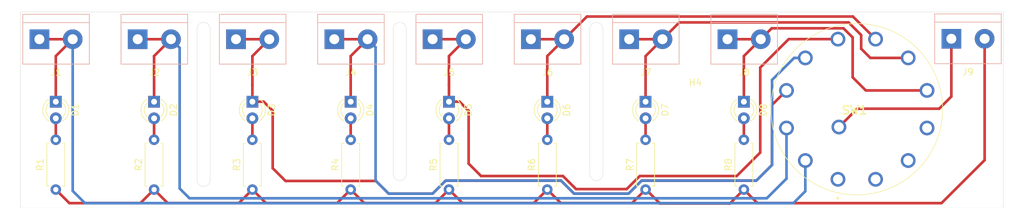
<source format=kicad_pcb>
(kicad_pcb (version 20241229) (generator "pcbnew") (generator_version "9.0")
  (title_block (title "Amp Switcher - 8-way Control Matrix") (date "2025-03-17") (rev "1.0") (comment 3 "SPDX-FileCopyrightText: 2025 Arnaud Ferraris <aferraris@debian.org>") (comment 4 "SPDX-License-Identifier: CERN-OHL-S-2.0+"))
  (layers (0 "F.Cu" signal) (2 "B.Cu" signal) (13 "F.Paste" user) (15 "B.Paste" user) (5 "F.SilkS" user "F.Silkscreen") (7 "B.SilkS" user "B.Silkscreen") (1 "F.Mask" user) (3 "B.Mask" user) (25 "Edge.Cuts" user))
  (net 0 "")
  (net 1 "Net-(D1-K)")
  (net 2 "Net-(D1-A)")
  (net 3 "Net-(D2-A)")
  (net 4 "Net-(D2-K)")
  (net 5 "Net-(D3-K)")
  (net 6 "Net-(D3-A)")
  (net 7 "Net-(D4-A)")
  (net 8 "Net-(D4-K)")
  (net 9 "Net-(D5-K)")
  (net 10 "Net-(D5-A)")
  (net 11 "Net-(D6-A)")
  (net 12 "Net-(D6-K)")
  (net 13 "Net-(D7-K)")
  (net 14 "Net-(D7-A)")
  (net 15 "GND")
  (net 16 "+12V")
  (net 21 "Net-(D8-K)")
  (net 22 "Net-(D8-A)")
  (footprint "LED_THT:LED_D3.0mm" (layer "F.Cu") (at 95.4 93.73 -90)
    (property "Reference" "D3" (at 1.27 -2.96 90) (layer "F.SilkS"))
    (property "Value" "LED")
    (fp_line (start -0.29 1.08) (end -0.29 1.236) (stroke (width 0.12)) (layer "F.SilkS"))
    (fp_line (start -0.29 -1.236) (end -0.29 -1.08) (stroke (width 0.12)) (layer "F.SilkS"))
    (fp_arc (start 2.941397 1.080061) (mid 1.365624 1.987701) (end -0.29 1.235516) (stroke (width 0.12)) (layer "F.SilkS"))
    (fp_arc (start 2.31091 1.080049) (mid 1.269964 1.5) (end 0.229039 1.08) (stroke (width 0.12)) (layer "F.SilkS"))
    (fp_arc (start 0.229039 -1.08) (mid 1.269964 -1.5) (end 2.31091 -1.080049) (stroke (width 0.12)) (layer "F.SilkS"))
    (fp_arc (start -0.29 -1.235516) (mid 1.365624 -1.987701) (end 2.941397 -1.080061) (stroke (width 0.12)) (layer "F.SilkS"))
    (pad "1" thru_hole rect (at 0 0 270) (size 1.8 1.8) (drill 0.9) (layers "*.Cu" "*.Mask") (net 5 "Net-(D3-K)"))
    (pad "2" thru_hole circle (at 2.54 0 270) (size 1.8 1.8) (drill 0.9) (layers "*.Cu" "*.Mask") (net 6 "Net-(D3-A)"))
  )
  (footprint "Personal_Footprints:CK1059" (layer "F.Cu") (at 184.75422 105.6)
    (property "Reference" "SW1" (at 2.52889 -10.56878 0) (layer "F.SilkS") (effects (font (size 1.27 1.27) (thickness 0.254))))
    (property "Value" "SW_Rotary_1x12" (hide yes))
    (fp_circle (center -0.032 2.875) (end -0.032 2.944) (stroke (width 0.15)) (fill no) (layer "F.SilkS"))
    (fp_circle (center 2.87289 -10.72178) (end 2.87289 2.37822) (stroke (width 0.1)) (fill no) (layer "F.SilkS"))
    (pad "1" thru_hole circle (at 0 0) (size 2.25 2.25) (drill 1.5) (layers "*.Cu" "*.Mask"))
    (pad "2" thru_hole circle (at -4.97599 -2.87289) (size 2.25 2.25) (drill 1.5) (layers "*.Cu" "*.Mask") (net 1 "Net-(D1-K)"))
    (pad "3" thru_hole circle (at -7.84889 -7.84889) (size 2.25 2.25) (drill 1.5) (layers "*.Cu" "*.Mask") (net 4 "Net-(D2-K)"))
    (pad "4" thru_hole circle (at -7.84889 -13.59467) (size 2.25 2.25) (drill 1.5) (layers "*.Cu" "*.Mask") (net 5 "Net-(D3-K)"))
    (pad "5" thru_hole circle (at -4.97599 -18.57066) (size 2.25 2.25) (drill 1.5) (layers "*.Cu" "*.Mask") (net 8 "Net-(D4-K)"))
    (pad "6" thru_hole circle (at 0 -21.44355) (size 2.25 2.25) (drill 1.5) (layers "*.Cu" "*.Mask") (net 9 "Net-(D5-K)"))
    (pad "7" thru_hole circle (at 5.74578 -21.44355) (size 2.25 2.25) (drill 1.5) (layers "*.Cu" "*.Mask") (net 12 "Net-(D6-K)"))
    (pad "8" thru_hole circle (at 10.72178 -18.57066) (size 2.25 2.25) (drill 1.5) (layers "*.Cu" "*.Mask") (net 13 "Net-(D7-K)"))
    (pad "9" thru_hole circle (at 13.59467 -13.594671) (size 2.25 2.25) (drill 1.5) (layers "*.Cu" "*.Mask") (net 21 "Net-(D8-K)"))
    (pad "10" thru_hole circle (at 13.59467 -7.84889) (size 2.25 2.25) (drill 1.5) (layers "*.Cu" "*.Mask"))
    (pad "11" thru_hole circle (at 10.72178 -2.87289) (size 2.25 2.25) (drill 1.5) (layers "*.Cu" "*.Mask"))
    (pad "12" thru_hole circle (at 5.74578 0) (size 2.25 2.25) (drill 1.5) (layers "*.Cu" "*.Mask"))
    (pad "13" thru_hole circle (at 0.15053 -7.99942) (size 2.25 2.25) (drill 1.5) (layers "*.Cu" "*.Mask") (net 15 "GND"))
  )
  (footprint "Resistor_THT:R_Axial_DIN0207_L6.3mm_D2.5mm_P7.62mm_Horizontal" (layer "F.Cu") (at 170.4 107.17 90)
    (property "Reference" "R8" (at 3.81 -2.37 90) (layer "F.SilkS"))
    (property "Value" "680R")
    (fp_line (start 7.08 -1.37) (end 7.08 -1.04) (stroke (width 0.12)) (layer "F.SilkS"))
    (fp_line (start 0.54 -1.37) (end 7.08 -1.37) (stroke (width 0.12)) (layer "F.SilkS"))
    (fp_line (start 0.54 -1.04) (end 0.54 -1.37) (stroke (width 0.12)) (layer "F.SilkS"))
    (fp_line (start 0.54 1.04) (end 0.54 1.37) (stroke (width 0.12)) (layer "F.SilkS"))
    (fp_line (start 7.08 1.37) (end 7.08 1.04) (stroke (width 0.12)) (layer "F.SilkS"))
    (fp_line (start 0.54 1.37) (end 7.08 1.37) (stroke (width 0.12)) (layer "F.SilkS"))
    (pad "1" thru_hole circle (at 0 0 90) (size 1.6 1.6) (drill 0.8) (layers "*.Cu" "*.Mask") (net 16 "+12V"))
    (pad "2" thru_hole oval (at 7.62 0 90) (size 1.6 1.6) (drill 0.8) (layers "*.Cu" "*.Mask") (net 22 "Net-(D8-A)"))
  )
  (footprint "Resistor_THT:R_Axial_DIN0207_L6.3mm_D2.5mm_P7.62mm_Horizontal" (layer "F.Cu") (at 155.4 107.17 90)
    (property "Reference" "R7" (at 3.81 -2.37 90) (layer "F.SilkS"))
    (property "Value" "680R")
    (fp_line (start 7.08 -1.37) (end 7.08 -1.04) (stroke (width 0.12)) (layer "F.SilkS"))
    (fp_line (start 0.54 -1.37) (end 7.08 -1.37) (stroke (width 0.12)) (layer "F.SilkS"))
    (fp_line (start 0.54 -1.04) (end 0.54 -1.37) (stroke (width 0.12)) (layer "F.SilkS"))
    (fp_line (start 0.54 1.04) (end 0.54 1.37) (stroke (width 0.12)) (layer "F.SilkS"))
    (fp_line (start 7.08 1.37) (end 7.08 1.04) (stroke (width 0.12)) (layer "F.SilkS"))
    (fp_line (start 0.54 1.37) (end 7.08 1.37) (stroke (width 0.12)) (layer "F.SilkS"))
    (pad "1" thru_hole circle (at 0 0 90) (size 1.6 1.6) (drill 0.8) (layers "*.Cu" "*.Mask") (net 16 "+12V"))
    (pad "2" thru_hole oval (at 7.62 0 90) (size 1.6 1.6) (drill 0.8) (layers "*.Cu" "*.Mask") (net 14 "Net-(D7-A)"))
  )
  (footprint "MountingHole:MountingHole_3.2mm_M3" (layer "F.Cu") (at 163 95)
    (property "Reference" "H4" (at 0 -4.2 0) (layer "F.SilkS"))
    (property "Value" "MountingHole")
    (pad "" np_thru_hole circle (at 0 0) (size 3.2 3.2) (drill 3.2) (layers "*.Cu" "*.Mask"))
  )
  (footprint "Resistor_THT:R_Axial_DIN0207_L6.3mm_D2.5mm_P7.62mm_Horizontal" (layer "F.Cu") (at 80.4 107.17 90)
    (property "Reference" "R2" (at 3.81 -2.37 90) (layer "F.SilkS"))
    (property "Value" "680R")
    (fp_line (start 7.08 -1.37) (end 7.08 -1.04) (stroke (width 0.12)) (layer "F.SilkS"))
    (fp_line (start 0.54 -1.37) (end 7.08 -1.37) (stroke (width 0.12)) (layer "F.SilkS"))
    (fp_line (start 0.54 -1.04) (end 0.54 -1.37) (stroke (width 0.12)) (layer "F.SilkS"))
    (fp_line (start 0.54 1.04) (end 0.54 1.37) (stroke (width 0.12)) (layer "F.SilkS"))
    (fp_line (start 7.08 1.37) (end 7.08 1.04) (stroke (width 0.12)) (layer "F.SilkS"))
    (fp_line (start 0.54 1.37) (end 7.08 1.37) (stroke (width 0.12)) (layer "F.SilkS"))
    (pad "1" thru_hole circle (at 0 0 90) (size 1.6 1.6) (drill 0.8) (layers "*.Cu" "*.Mask") (net 16 "+12V"))
    (pad "2" thru_hole oval (at 7.62 0 90) (size 1.6 1.6) (drill 0.8) (layers "*.Cu" "*.Mask") (net 3 "Net-(D2-A)"))
  )
  (footprint "LED_THT:LED_D3.0mm" (layer "F.Cu") (at 80.4 93.73 -90)
    (property "Reference" "D2" (at 1.27 -2.96 90) (layer "F.SilkS"))
    (property "Value" "LED")
    (fp_line (start -0.29 1.08) (end -0.29 1.236) (stroke (width 0.12)) (layer "F.SilkS"))
    (fp_line (start -0.29 -1.236) (end -0.29 -1.08) (stroke (width 0.12)) (layer "F.SilkS"))
    (fp_arc (start 2.941397 1.080061) (mid 1.365624 1.987701) (end -0.29 1.235516) (stroke (width 0.12)) (layer "F.SilkS"))
    (fp_arc (start 2.31091 1.080049) (mid 1.269964 1.5) (end 0.229039 1.08) (stroke (width 0.12)) (layer "F.SilkS"))
    (fp_arc (start 0.229039 -1.08) (mid 1.269964 -1.5) (end 2.31091 -1.080049) (stroke (width 0.12)) (layer "F.SilkS"))
    (fp_arc (start -0.29 -1.235516) (mid 1.365624 -1.987701) (end 2.941397 -1.080061) (stroke (width 0.12)) (layer "F.SilkS"))
    (pad "1" thru_hole rect (at 0 0 270) (size 1.8 1.8) (drill 0.9) (layers "*.Cu" "*.Mask") (net 4 "Net-(D2-K)"))
    (pad "2" thru_hole circle (at 2.54 0 270) (size 1.8 1.8) (drill 0.9) (layers "*.Cu" "*.Mask") (net 3 "Net-(D2-A)"))
  )
  (footprint "LED_THT:LED_D3.0mm" (layer "F.Cu") (at 140.4 93.73 -90)
    (property "Reference" "D6" (at 1.27 -2.96 90) (layer "F.SilkS"))
    (property "Value" "LED")
    (fp_line (start -0.29 1.08) (end -0.29 1.236) (stroke (width 0.12)) (layer "F.SilkS"))
    (fp_line (start -0.29 -1.236) (end -0.29 -1.08) (stroke (width 0.12)) (layer "F.SilkS"))
    (fp_arc (start 2.941397 1.080061) (mid 1.365624 1.987701) (end -0.29 1.235516) (stroke (width 0.12)) (layer "F.SilkS"))
    (fp_arc (start 2.31091 1.080049) (mid 1.269964 1.5) (end 0.229039 1.08) (stroke (width 0.12)) (layer "F.SilkS"))
    (fp_arc (start 0.229039 -1.08) (mid 1.269964 -1.5) (end 2.31091 -1.080049) (stroke (width 0.12)) (layer "F.SilkS"))
    (fp_arc (start -0.29 -1.235516) (mid 1.365624 -1.987701) (end 2.941397 -1.080061) (stroke (width 0.12)) (layer "F.SilkS"))
    (pad "1" thru_hole rect (at 0 0 270) (size 1.8 1.8) (drill 0.9) (layers "*.Cu" "*.Mask") (net 12 "Net-(D6-K)"))
    (pad "2" thru_hole circle (at 2.54 0 270) (size 1.8 1.8) (drill 0.9) (layers "*.Cu" "*.Mask") (net 11 "Net-(D6-A)"))
  )
  (footprint "Resistor_THT:R_Axial_DIN0207_L6.3mm_D2.5mm_P7.62mm_Horizontal" (layer "F.Cu") (at 140.4 107.17 90)
    (property "Reference" "R6" (at 3.81 -2.37 90) (layer "F.SilkS"))
    (property "Value" "680R")
    (fp_line (start 7.08 -1.37) (end 7.08 -1.04) (stroke (width 0.12)) (layer "F.SilkS"))
    (fp_line (start 0.54 -1.37) (end 7.08 -1.37) (stroke (width 0.12)) (layer "F.SilkS"))
    (fp_line (start 0.54 -1.04) (end 0.54 -1.37) (stroke (width 0.12)) (layer "F.SilkS"))
    (fp_line (start 0.54 1.04) (end 0.54 1.37) (stroke (width 0.12)) (layer "F.SilkS"))
    (fp_line (start 7.08 1.37) (end 7.08 1.04) (stroke (width 0.12)) (layer "F.SilkS"))
    (fp_line (start 0.54 1.37) (end 7.08 1.37) (stroke (width 0.12)) (layer "F.SilkS"))
    (pad "1" thru_hole circle (at 0 0 90) (size 1.6 1.6) (drill 0.8) (layers "*.Cu" "*.Mask") (net 16 "+12V"))
    (pad "2" thru_hole oval (at 7.62 0 90) (size 1.6 1.6) (drill 0.8) (layers "*.Cu" "*.Mask") (net 11 "Net-(D6-A)"))
  )
  (footprint "LED_THT:LED_D3.0mm" (layer "F.Cu") (at 125.4 93.73 -90)
    (property "Reference" "D5" (at 1.27 -2.96 90) (layer "F.SilkS"))
    (property "Value" "LED")
    (fp_line (start -0.29 1.08) (end -0.29 1.236) (stroke (width 0.12)) (layer "F.SilkS"))
    (fp_line (start -0.29 -1.236) (end -0.29 -1.08) (stroke (width 0.12)) (layer "F.SilkS"))
    (fp_arc (start 2.941397 1.080061) (mid 1.365624 1.987701) (end -0.29 1.235516) (stroke (width 0.12)) (layer "F.SilkS"))
    (fp_arc (start 2.31091 1.080049) (mid 1.269964 1.5) (end 0.229039 1.08) (stroke (width 0.12)) (layer "F.SilkS"))
    (fp_arc (start 0.229039 -1.08) (mid 1.269964 -1.5) (end 2.31091 -1.080049) (stroke (width 0.12)) (layer "F.SilkS"))
    (fp_arc (start -0.29 -1.235516) (mid 1.365624 -1.987701) (end 2.941397 -1.080061) (stroke (width 0.12)) (layer "F.SilkS"))
    (pad "1" thru_hole rect (at 0 0 270) (size 1.8 1.8) (drill 0.9) (layers "*.Cu" "*.Mask") (net 9 "Net-(D5-K)"))
    (pad "2" thru_hole circle (at 2.54 0 270) (size 1.8 1.8) (drill 0.9) (layers "*.Cu" "*.Mask") (net 10 "Net-(D5-A)"))
  )
  (footprint "MountingHole:MountingHole_3.2mm_M3" (layer "F.Cu") (at 103 95)
    (property "Reference" "H2" (hide yes))
    (property "Value" "MountingHole")
    (pad "" np_thru_hole circle (at 0 0) (size 3.2 3.2) (drill 3.2) (layers "*.Cu" "*.Mask"))
  )
  (footprint "LED_THT:LED_D3.0mm" (layer "F.Cu") (at 155.4 93.73 -90)
    (property "Reference" "D7" (at 1.27 -2.96 90) (layer "F.SilkS"))
    (property "Value" "LED")
    (fp_line (start -0.29 1.08) (end -0.29 1.236) (stroke (width 0.12)) (layer "F.SilkS"))
    (fp_line (start -0.29 -1.236) (end -0.29 -1.08) (stroke (width 0.12)) (layer "F.SilkS"))
    (fp_arc (start 2.941397 1.080061) (mid 1.365624 1.987701) (end -0.29 1.235516) (stroke (width 0.12)) (layer "F.SilkS"))
    (fp_arc (start 2.31091 1.080049) (mid 1.269964 1.5) (end 0.229039 1.08) (stroke (width 0.12)) (layer "F.SilkS"))
    (fp_arc (start 0.229039 -1.08) (mid 1.269964 -1.5) (end 2.31091 -1.080049) (stroke (width 0.12)) (layer "F.SilkS"))
    (fp_arc (start -0.29 -1.235516) (mid 1.365624 -1.987701) (end 2.941397 -1.080061) (stroke (width 0.12)) (layer "F.SilkS"))
    (pad "1" thru_hole rect (at 0 0 270) (size 1.8 1.8) (drill 0.9) (layers "*.Cu" "*.Mask") (net 13 "Net-(D7-K)"))
    (pad "2" thru_hole circle (at 2.54 0 270) (size 1.8 1.8) (drill 0.9) (layers "*.Cu" "*.Mask") (net 14 "Net-(D7-A)"))
  )
  (footprint "LED_THT:LED_D3.0mm" (layer "F.Cu") (at 110.4 93.73 -90)
    (property "Reference" "D4" (at 1.27 -2.96 90) (layer "F.SilkS"))
    (property "Value" "LED")
    (fp_line (start -0.29 1.08) (end -0.29 1.236) (stroke (width 0.12)) (layer "F.SilkS"))
    (fp_line (start -0.29 -1.236) (end -0.29 -1.08) (stroke (width 0.12)) (layer "F.SilkS"))
    (fp_arc (start 2.941397 1.080061) (mid 1.365624 1.987701) (end -0.29 1.235516) (stroke (width 0.12)) (layer "F.SilkS"))
    (fp_arc (start 2.31091 1.080049) (mid 1.269964 1.5) (end 0.229039 1.08) (stroke (width 0.12)) (layer "F.SilkS"))
    (fp_arc (start 0.229039 -1.08) (mid 1.269964 -1.5) (end 2.31091 -1.080049) (stroke (width 0.12)) (layer "F.SilkS"))
    (fp_arc (start -0.29 -1.235516) (mid 1.365624 -1.987701) (end 2.941397 -1.080061) (stroke (width 0.12)) (layer "F.SilkS"))
    (pad "1" thru_hole rect (at 0 0 270) (size 1.8 1.8) (drill 0.9) (layers "*.Cu" "*.Mask") (net 8 "Net-(D4-K)"))
    (pad "2" thru_hole circle (at 2.54 0 270) (size 1.8 1.8) (drill 0.9) (layers "*.Cu" "*.Mask") (net 7 "Net-(D4-A)"))
  )
  (footprint "Resistor_THT:R_Axial_DIN0207_L6.3mm_D2.5mm_P7.62mm_Horizontal" (layer "F.Cu") (at 125.4 107.17 90)
    (property "Reference" "R5" (at 3.81 -2.37 90) (layer "F.SilkS"))
    (property "Value" "680R")
    (fp_line (start 7.08 -1.37) (end 7.08 -1.04) (stroke (width 0.12)) (layer "F.SilkS"))
    (fp_line (start 0.54 -1.37) (end 7.08 -1.37) (stroke (width 0.12)) (layer "F.SilkS"))
    (fp_line (start 0.54 -1.04) (end 0.54 -1.37) (stroke (width 0.12)) (layer "F.SilkS"))
    (fp_line (start 0.54 1.04) (end 0.54 1.37) (stroke (width 0.12)) (layer "F.SilkS"))
    (fp_line (start 7.08 1.37) (end 7.08 1.04) (stroke (width 0.12)) (layer "F.SilkS"))
    (fp_line (start 0.54 1.37) (end 7.08 1.37) (stroke (width 0.12)) (layer "F.SilkS"))
    (pad "1" thru_hole circle (at 0 0 90) (size 1.6 1.6) (drill 0.8) (layers "*.Cu" "*.Mask") (net 16 "+12V"))
    (pad "2" thru_hole oval (at 7.62 0 90) (size 1.6 1.6) (drill 0.8) (layers "*.Cu" "*.Mask") (net 10 "Net-(D5-A)"))
  )
  (footprint "Resistor_THT:R_Axial_DIN0207_L6.3mm_D2.5mm_P7.62mm_Horizontal" (layer "F.Cu") (at 110.4 107.17 90)
    (property "Reference" "R4" (at 3.81 -2.37 90) (layer "F.SilkS"))
    (property "Value" "680R")
    (fp_line (start 7.08 -1.37) (end 7.08 -1.04) (stroke (width 0.12)) (layer "F.SilkS"))
    (fp_line (start 0.54 -1.37) (end 7.08 -1.37) (stroke (width 0.12)) (layer "F.SilkS"))
    (fp_line (start 0.54 -1.04) (end 0.54 -1.37) (stroke (width 0.12)) (layer "F.SilkS"))
    (fp_line (start 0.54 1.04) (end 0.54 1.37) (stroke (width 0.12)) (layer "F.SilkS"))
    (fp_line (start 7.08 1.37) (end 7.08 1.04) (stroke (width 0.12)) (layer "F.SilkS"))
    (fp_line (start 0.54 1.37) (end 7.08 1.37) (stroke (width 0.12)) (layer "F.SilkS"))
    (pad "1" thru_hole circle (at 0 0 90) (size 1.6 1.6) (drill 0.8) (layers "*.Cu" "*.Mask") (net 16 "+12V"))
    (pad "2" thru_hole oval (at 7.62 0 90) (size 1.6 1.6) (drill 0.8) (layers "*.Cu" "*.Mask") (net 7 "Net-(D4-A)"))
  )
  (footprint "MountingHole:MountingHole_3.2mm_M3" (layer "F.Cu") (at 73 95)
    (property "Reference" "H1" (hide yes))
    (property "Value" "MountingHole")
    (pad "" np_thru_hole circle (at 0 0) (size 3.2 3.2) (drill 3.2) (layers "*.Cu" "*.Mask"))
  )
  (footprint "MountingHole:MountingHole_3.2mm_M3" (layer "F.Cu") (at 133 95)
    (property "Reference" "H3" (hide yes))
    (property "Value" "MountingHole")
    (pad "" np_thru_hole circle (at 0 0) (size 3.2 3.2) (drill 3.2) (layers "*.Cu" "*.Mask"))
  )
  (footprint "LED_THT:LED_D3.0mm" (layer "F.Cu") (at 170.4 93.73 -90)
    (property "Reference" "D8" (at 1.27 -2.96 90) (layer "F.SilkS"))
    (property "Value" "LED")
    (fp_line (start -0.29 1.08) (end -0.29 1.236) (stroke (width 0.12)) (layer "F.SilkS"))
    (fp_line (start -0.29 -1.236) (end -0.29 -1.08) (stroke (width 0.12)) (layer "F.SilkS"))
    (fp_arc (start 2.941397 1.080061) (mid 1.365624 1.987701) (end -0.29 1.235516) (stroke (width 0.12)) (layer "F.SilkS"))
    (fp_arc (start 2.31091 1.080049) (mid 1.269964 1.5) (end 0.229039 1.08) (stroke (width 0.12)) (layer "F.SilkS"))
    (fp_arc (start 0.229039 -1.08) (mid 1.269964 -1.5) (end 2.31091 -1.080049) (stroke (width 0.12)) (layer "F.SilkS"))
    (fp_arc (start -0.29 -1.235516) (mid 1.365624 -1.987701) (end 2.941397 -1.080061) (stroke (width 0.12)) (layer "F.SilkS"))
    (pad "1" thru_hole rect (at 0 0 270) (size 1.8 1.8) (drill 0.9) (layers "*.Cu" "*.Mask") (net 21 "Net-(D8-K)"))
    (pad "2" thru_hole circle (at 2.54 0 270) (size 1.8 1.8) (drill 0.9) (layers "*.Cu" "*.Mask") (net 22 "Net-(D8-A)"))
  )
  (footprint "Resistor_THT:R_Axial_DIN0207_L6.3mm_D2.5mm_P7.62mm_Horizontal" (layer "F.Cu") (at 65.4 107.17 90)
    (property "Reference" "R1" (at 3.81 -2.37 90) (layer "F.SilkS"))
    (property "Value" "680R")
    (fp_line (start 7.08 -1.37) (end 7.08 -1.04) (stroke (width 0.12)) (layer "F.SilkS"))
    (fp_line (start 0.54 -1.37) (end 7.08 -1.37) (stroke (width 0.12)) (layer "F.SilkS"))
    (fp_line (start 0.54 -1.04) (end 0.54 -1.37) (stroke (width 0.12)) (layer "F.SilkS"))
    (fp_line (start 0.54 1.04) (end 0.54 1.37) (stroke (width 0.12)) (layer "F.SilkS"))
    (fp_line (start 7.08 1.37) (end 7.08 1.04) (stroke (width 0.12)) (layer "F.SilkS"))
    (fp_line (start 0.54 1.37) (end 7.08 1.37) (stroke (width 0.12)) (layer "F.SilkS"))
    (pad "1" thru_hole circle (at 0 0 90) (size 1.6 1.6) (drill 0.8) (layers "*.Cu" "*.Mask") (net 16 "+12V"))
    (pad "2" thru_hole oval (at 7.62 0 90) (size 1.6 1.6) (drill 0.8) (layers "*.Cu" "*.Mask") (net 2 "Net-(D1-A)"))
  )
  (footprint "LED_THT:LED_D3.0mm" (layer "F.Cu") (at 65.4 93.73 -90)
    (property "Reference" "D1" (at 1.27 -2.96 90) (layer "F.SilkS"))
    (property "Value" "LED")
    (fp_line (start -0.29 1.08) (end -0.29 1.236) (stroke (width 0.12)) (layer "F.SilkS"))
    (fp_line (start -0.29 -1.236) (end -0.29 -1.08) (stroke (width 0.12)) (layer "F.SilkS"))
    (fp_arc (start 2.941397 1.080061) (mid 1.365624 1.987701) (end -0.29 1.235516) (stroke (width 0.12)) (layer "F.SilkS"))
    (fp_arc (start 2.31091 1.080049) (mid 1.269964 1.5) (end 0.229039 1.08) (stroke (width 0.12)) (layer "F.SilkS"))
    (fp_arc (start 0.229039 -1.08) (mid 1.269964 -1.5) (end 2.31091 -1.080049) (stroke (width 0.12)) (layer "F.SilkS"))
    (fp_arc (start -0.29 -1.235516) (mid 1.365624 -1.987701) (end 2.941397 -1.080061) (stroke (width 0.12)) (layer "F.SilkS"))
    (pad "1" thru_hole rect (at 0 0 270) (size 1.8 1.8) (drill 0.9) (layers "*.Cu" "*.Mask") (net 1 "Net-(D1-K)"))
    (pad "2" thru_hole circle (at 2.54 0 270) (size 1.8 1.8) (drill 0.9) (layers "*.Cu" "*.Mask") (net 2 "Net-(D1-A)"))
  )
  (footprint "Resistor_THT:R_Axial_DIN0207_L6.3mm_D2.5mm_P7.62mm_Horizontal" (layer "F.Cu") (at 95.4 107.17 90)
    (property "Reference" "R3" (at 3.81 -2.37 90) (layer "F.SilkS"))
    (property "Value" "680R")
    (fp_line (start 7.08 -1.37) (end 7.08 -1.04) (stroke (width 0.12)) (layer "F.SilkS"))
    (fp_line (start 0.54 -1.37) (end 7.08 -1.37) (stroke (width 0.12)) (layer "F.SilkS"))
    (fp_line (start 0.54 -1.04) (end 0.54 -1.37) (stroke (width 0.12)) (layer "F.SilkS"))
    (fp_line (start 0.54 1.04) (end 0.54 1.37) (stroke (width 0.12)) (layer "F.SilkS"))
    (fp_line (start 7.08 1.37) (end 7.08 1.04) (stroke (width 0.12)) (layer "F.SilkS"))
    (fp_line (start 0.54 1.37) (end 7.08 1.37) (stroke (width 0.12)) (layer "F.SilkS"))
    (pad "1" thru_hole circle (at 0 0 90) (size 1.6 1.6) (drill 0.8) (layers "*.Cu" "*.Mask") (net 16 "+12V"))
    (pad "2" thru_hole oval (at 7.62 0 90) (size 1.6 1.6) (drill 0.8) (layers "*.Cu" "*.Mask") (net 6 "Net-(D3-A)"))
  )
  (footprint "TerminalBlock:TerminalBlock_bornier-2_P5.08mm" (layer "B.Cu") (at 62.9 84.17)
    (property "Reference" "J1" (at 2.54 5.08 0) (layer "F.SilkS"))
    (property "Value" "Screw_Terminal_01x02")
    (fp_line (start -2.54 -3.81) (end 7.62 -3.81) (stroke (width 0.12)) (layer "B.SilkS"))
    (fp_line (start -2.54 3.81) (end -2.54 -3.81) (stroke (width 0.12)) (layer "B.SilkS"))
    (fp_line (start 7.62 -3.81) (end 7.62 3.81) (stroke (width 0.12)) (layer "B.SilkS"))
    (fp_line (start 7.62 -2.54) (end -2.54 -2.54) (stroke (width 0.12)) (layer "B.SilkS"))
    (fp_line (start 7.62 3.81) (end -2.54 3.81) (stroke (width 0.12)) (layer "B.SilkS"))
    (pad "1" thru_hole rect (at 0 0) (size 3 3) (drill 1.52) (layers "*.Cu" "*.Mask") (net 1 "Net-(D1-K)"))
    (pad "2" thru_hole circle (at 5.08 0) (size 3 3) (drill 1.52) (layers "*.Cu" "*.Mask") (net 1 "Net-(D1-K)"))
  )
  (footprint "TerminalBlock:TerminalBlock_bornier-2_P5.08mm" (layer "B.Cu") (at 152.9 84.17)
    (property "Reference" "J7" (at 2.54 5.08 0) (layer "F.SilkS"))
    (property "Value" "Screw_Terminal_01x02")
    (fp_line (start -2.54 -3.81) (end 7.62 -3.81) (stroke (width 0.12)) (layer "B.SilkS"))
    (fp_line (start -2.54 3.81) (end -2.54 -3.81) (stroke (width 0.12)) (layer "B.SilkS"))
    (fp_line (start 7.62 -3.81) (end 7.62 3.81) (stroke (width 0.12)) (layer "B.SilkS"))
    (fp_line (start 7.62 -2.54) (end -2.54 -2.54) (stroke (width 0.12)) (layer "B.SilkS"))
    (fp_line (start 7.62 3.81) (end -2.54 3.81) (stroke (width 0.12)) (layer "B.SilkS"))
    (pad "1" thru_hole rect (at 0 0) (size 3 3) (drill 1.52) (layers "*.Cu" "*.Mask") (net 13 "Net-(D7-K)"))
    (pad "2" thru_hole circle (at 5.08 0) (size 3 3) (drill 1.52) (layers "*.Cu" "*.Mask") (net 13 "Net-(D7-K)"))
  )
  (footprint "TerminalBlock:TerminalBlock_bornier-2_P5.08mm" (layer "B.Cu") (at 77.9 84.17)
    (property "Reference" "J2" (at 2.54 5.08 0) (layer "F.SilkS"))
    (property "Value" "Screw_Terminal_01x02")
    (fp_line (start -2.54 -3.81) (end 7.62 -3.81) (stroke (width 0.12)) (layer "B.SilkS"))
    (fp_line (start -2.54 3.81) (end -2.54 -3.81) (stroke (width 0.12)) (layer "B.SilkS"))
    (fp_line (start 7.62 -3.81) (end 7.62 3.81) (stroke (width 0.12)) (layer "B.SilkS"))
    (fp_line (start 7.62 -2.54) (end -2.54 -2.54) (stroke (width 0.12)) (layer "B.SilkS"))
    (fp_line (start 7.62 3.81) (end -2.54 3.81) (stroke (width 0.12)) (layer "B.SilkS"))
    (pad "1" thru_hole rect (at 0 0) (size 3 3) (drill 1.52) (layers "*.Cu" "*.Mask") (net 4 "Net-(D2-K)"))
    (pad "2" thru_hole circle (at 5.08 0) (size 3 3) (drill 1.52) (layers "*.Cu" "*.Mask") (net 4 "Net-(D2-K)"))
  )
  (footprint "TerminalBlock:TerminalBlock_bornier-2_P5.08mm" (layer "B.Cu") (at 137.9 84.17)
    (property "Reference" "J6" (at 2.54 5.08 0) (layer "F.SilkS"))
    (property "Value" "Screw_Terminal_01x02")
    (fp_line (start -2.54 -3.81) (end 7.62 -3.81) (stroke (width 0.12)) (layer "B.SilkS"))
    (fp_line (start -2.54 3.81) (end -2.54 -3.81) (stroke (width 0.12)) (layer "B.SilkS"))
    (fp_line (start 7.62 -3.81) (end 7.62 3.81) (stroke (width 0.12)) (layer "B.SilkS"))
    (fp_line (start 7.62 -2.54) (end -2.54 -2.54) (stroke (width 0.12)) (layer "B.SilkS"))
    (fp_line (start 7.62 3.81) (end -2.54 3.81) (stroke (width 0.12)) (layer "B.SilkS"))
    (pad "1" thru_hole rect (at 0 0) (size 3 3) (drill 1.52) (layers "*.Cu" "*.Mask") (net 12 "Net-(D6-K)"))
    (pad "2" thru_hole circle (at 5.08 0) (size 3 3) (drill 1.52) (layers "*.Cu" "*.Mask") (net 12 "Net-(D6-K)"))
  )
  (footprint "TerminalBlock:TerminalBlock_bornier-2_P5.08mm" (layer "B.Cu") (at 167.9 84.17)
    (property "Reference" "J8" (at 2.54 5.08 0) (layer "F.SilkS"))
    (property "Value" "Screw_Terminal_01x02")
    (fp_line (start -2.54 -3.81) (end 7.62 -3.81) (stroke (width 0.12)) (layer "B.SilkS"))
    (fp_line (start -2.54 3.81) (end -2.54 -3.81) (stroke (width 0.12)) (layer "B.SilkS"))
    (fp_line (start 7.62 -3.81) (end 7.62 3.81) (stroke (width 0.12)) (layer "B.SilkS"))
    (fp_line (start 7.62 -2.54) (end -2.54 -2.54) (stroke (width 0.12)) (layer "B.SilkS"))
    (fp_line (start 7.62 3.81) (end -2.54 3.81) (stroke (width 0.12)) (layer "B.SilkS"))
    (pad "1" thru_hole rect (at 0 0) (size 3 3) (drill 1.52) (layers "*.Cu" "*.Mask") (net 21 "Net-(D8-K)"))
    (pad "2" thru_hole circle (at 5.08 0) (size 3 3) (drill 1.52) (layers "*.Cu" "*.Mask") (net 21 "Net-(D8-K)"))
  )
  (footprint "TerminalBlock:TerminalBlock_bornier-2_P5.08mm" (layer "B.Cu") (at 92.9 84.17)
    (property "Reference" "J3" (at 2.54 5.08 0) (layer "F.SilkS"))
    (property "Value" "Screw_Terminal_01x02")
    (fp_line (start -2.54 -3.81) (end 7.62 -3.81) (stroke (width 0.12)) (layer "B.SilkS"))
    (fp_line (start -2.54 3.81) (end -2.54 -3.81) (stroke (width 0.12)) (layer "B.SilkS"))
    (fp_line (start 7.62 -3.81) (end 7.62 3.81) (stroke (width 0.12)) (layer "B.SilkS"))
    (fp_line (start 7.62 -2.54) (end -2.54 -2.54) (stroke (width 0.12)) (layer "B.SilkS"))
    (fp_line (start 7.62 3.81) (end -2.54 3.81) (stroke (width 0.12)) (layer "B.SilkS"))
    (pad "1" thru_hole rect (at 0 0) (size 3 3) (drill 1.52) (layers "*.Cu" "*.Mask") (net 5 "Net-(D3-K)"))
    (pad "2" thru_hole circle (at 5.08 0) (size 3 3) (drill 1.52) (layers "*.Cu" "*.Mask") (net 5 "Net-(D3-K)"))
  )
  (footprint "TerminalBlock:TerminalBlock_bornier-2_P5.08mm" (layer "B.Cu") (at 107.9 84.17)
    (property "Reference" "J4" (at 2.54 5.08 0) (layer "F.SilkS"))
    (property "Value" "Screw_Terminal_01x02")
    (fp_line (start -2.54 -3.81) (end 7.62 -3.81) (stroke (width 0.12)) (layer "B.SilkS"))
    (fp_line (start -2.54 3.81) (end -2.54 -3.81) (stroke (width 0.12)) (layer "B.SilkS"))
    (fp_line (start 7.62 -3.81) (end 7.62 3.81) (stroke (width 0.12)) (layer "B.SilkS"))
    (fp_line (start 7.62 -2.54) (end -2.54 -2.54) (stroke (width 0.12)) (layer "B.SilkS"))
    (fp_line (start 7.62 3.81) (end -2.54 3.81) (stroke (width 0.12)) (layer "B.SilkS"))
    (pad "1" thru_hole rect (at 0 0) (size 3 3) (drill 1.52) (layers "*.Cu" "*.Mask") (net 8 "Net-(D4-K)"))
    (pad "2" thru_hole circle (at 5.08 0) (size 3 3) (drill 1.52) (layers "*.Cu" "*.Mask") (net 8 "Net-(D4-K)"))
  )
  (footprint "TerminalBlock:TerminalBlock_bornier-2_P5.08mm" (layer "B.Cu") (at 202.06 84.1)
    (property "Reference" "J9" (at 2.54 5.08 0) (layer "F.SilkS"))
    (property "Value" "Screw_Terminal_01x02")
    (fp_line (start -2.54 -3.81) (end 7.62 -3.81) (stroke (width 0.12)) (layer "B.SilkS"))
    (fp_line (start -2.54 3.81) (end -2.54 -3.81) (stroke (width 0.12)) (layer "B.SilkS"))
    (fp_line (start 7.62 -3.81) (end 7.62 3.81) (stroke (width 0.12)) (layer "B.SilkS"))
    (fp_line (start 7.62 -2.54) (end -2.54 -2.54) (stroke (width 0.12)) (layer "B.SilkS"))
    (fp_line (start 7.62 3.81) (end -2.54 3.81) (stroke (width 0.12)) (layer "B.SilkS"))
    (pad "1" thru_hole rect (at 0 0) (size 3 3) (drill 1.52) (layers "*.Cu" "*.Mask") (net 15 "GND"))
    (pad "2" thru_hole circle (at 5.08 0) (size 3 3) (drill 1.52) (layers "*.Cu" "*.Mask") (net 16 "+12V"))
  )
  (footprint "TerminalBlock:TerminalBlock_bornier-2_P5.08mm" (layer "B.Cu") (at 122.9 84.17)
    (property "Reference" "J5" (at 2.54 5.08 0) (layer "F.SilkS"))
    (property "Value" "Screw_Terminal_01x02")
    (fp_line (start -2.54 -3.81) (end 7.62 -3.81) (stroke (width 0.12)) (layer "B.SilkS"))
    (fp_line (start -2.54 3.81) (end -2.54 -3.81) (stroke (width 0.12)) (layer "B.SilkS"))
    (fp_line (start 7.62 -3.81) (end 7.62 3.81) (stroke (width 0.12)) (layer "B.SilkS"))
    (fp_line (start 7.62 -2.54) (end -2.54 -2.54) (stroke (width 0.12)) (layer "B.SilkS"))
    (fp_line (start 7.62 3.81) (end -2.54 3.81) (stroke (width 0.12)) (layer "B.SilkS"))
    (pad "1" thru_hole rect (at 0 0) (size 3 3) (drill 1.52) (layers "*.Cu" "*.Mask") (net 9 "Net-(D5-K)"))
    (pad "2" thru_hole circle (at 5.08 0) (size 3 3) (drill 1.52) (layers "*.Cu" "*.Mask") (net 9 "Net-(D5-K)"))
  )
  (gr_arc (start 86.95 82.6) (mid 87.95 81.6) (end 88.95 82.6) (stroke (width 0.05)) (layer "Edge.Cuts"))
  (gr_arc (start 146.9 82.6) (mid 147.9 81.6) (end 148.9 82.6) (stroke (width 0.05)) (layer "Edge.Cuts"))
  (gr_line (start 116.9 104.8) (end 116.9 82.6) (stroke (width 0.05)) (layer "Edge.Cuts"))
  (gr_line (start 148.9 82.6) (end 148.9 104.8) (stroke (width 0.05)) (layer "Edge.Cuts"))
  (gr_arc (start 148.9 104.8) (mid 147.9 105.8) (end 146.9 104.8) (stroke (width 0.05)) (layer "Edge.Cuts"))
  (gr_line (start 88.95 82.6) (end 88.95 105.7) (stroke (width 0.05)) (layer "Edge.Cuts"))
  (gr_arc (start 116.9 82.6) (mid 117.9 81.6) (end 118.9 82.6) (stroke (width 0.05)) (layer "Edge.Cuts"))
  (gr_arc (start 88.95 105.7) (mid 87.95 106.7) (end 86.95 105.7) (stroke (width 0.05)) (layer "Edge.Cuts"))
  (gr_line (start 118.9 82.6) (end 118.9 104.8) (stroke (width 0.05)) (layer "Edge.Cuts"))
  (gr_line (start 146.9 104.8) (end 146.9 82.6) (stroke (width 0.05)) (layer "Edge.Cuts"))
  (gr_line (start 86.95 105.7) (end 86.95 82.6) (stroke (width 0.05)) (layer "Edge.Cuts"))
  (gr_rect (start 60 80) (end 210 110) (stroke (width 0.05)) (fill no) (layer "Edge.Cuts"))
  (gr_arc (start 118.9 104.8) (mid 117.9 105.8) (end 116.9 104.8) (stroke (width 0.05)) (layer "Edge.Cuts"))
  (segment (start 67.98 84.17) (end 65.4 86.75) (width 0.4) (layer "F.Cu") (net 1))
  (segment (start 62.9 84.17) (end 67.98 84.17) (width 0.4) (layer "F.Cu") (net 1))
  (segment (start 65.4 86.75) (end 65.4 93.73) (width 0.4) (layer "F.Cu") (net 1))
  (segment (start 177.951 109.249) (end 179.77823 107.42177) (width 0.4) (layer "B.Cu") (net 1))
  (segment (start 67.98 107.38) (end 69.849 109.249) (width 0.4) (layer "B.Cu") (net 1))
  (segment (start 67.98 84.17) (end 67.98 107.38) (width 0.4) (layer "B.Cu") (net 1))
  (segment (start 69.849 109.249) (end 177.951 109.249) (width 0.4) (layer "B.Cu") (net 1))
  (segment (start 179.77823 107.42177) (end 179.77823 102.72711) (width 0.4) (layer "B.Cu") (net 1))
  (segment (start 65.4 96.27) (end 65.4 99.55) (width 0.4) (layer "F.Cu") (net 2))
  (segment (start 80.4 96.27) (end 80.4 99.55) (width 0.4) (layer "F.Cu") (net 3))
  (segment (start 80.4 86.75) (end 80.4 93.73) (width 0.4) (layer "F.Cu") (net 4))
  (segment (start 82.98 84.17) (end 80.4 86.75) (width 0.4) (layer "F.Cu") (net 4))
  (segment (start 77.9 84.17) (end 82.98 84.17) (width 0.4) (layer "F.Cu") (net 4))
  (segment (start 176.90533 105.49467) (end 176.90533 97.75111) (width 0.4) (layer "B.Cu") (net 4))
  (segment (start 173.9 108.5) (end 176.90533 105.49467) (width 0.4) (layer "B.Cu") (net 4))
  (segment (start 82.98 84.17) (end 84.3 85.49) (width 0.4) (layer "B.Cu") (net 4))
  (segment (start 85.8 108.5) (end 173.9 108.5) (width 0.4) (layer "B.Cu") (net 4))
  (segment (start 84.3 85.49) (end 84.3 107) (width 0.4) (layer "B.Cu") (net 4))
  (segment (start 84.3 107) (end 85.8 108.5) (width 0.4) (layer "B.Cu") (net 4))
  (segment (start 98.5 95.1) (end 98.5 103.9) (width 0.4) (layer "F.Cu") (net 5))
  (segment (start 100.45 105.85) (end 114.25 105.85) (width 0.4) (layer "F.Cu") (net 5))
  (segment (start 95.4 91.17) (end 95.4 86.75) (width 0.4) (layer "F.Cu") (net 5))
  (segment (start 154.8 105.8) (end 172.3 105.8) (width 0.4) (layer "F.Cu") (net 5))
  (segment (start 92.9 84.17) (end 97.98 84.17) (width 0.4) (layer "F.Cu") (net 5))
  (segment (start 95.4 91.17) (end 95.4 93.73) (width 0.4) (layer "F.Cu") (net 5))
  (segment (start 95.4 93.73) (end 97.13 93.73) (width 0.4) (layer "F.Cu") (net 5))
  (segment (start 116.2 107.8) (end 122.9 107.8) (width 0.4) (layer "F.Cu") (net 5))
  (segment (start 97.13 93.73) (end 98.5 95.1) (width 0.4) (layer "F.Cu") (net 5))
  (segment (start 152.8 107.8) (end 154.8 105.8) (width 0.4) (layer "F.Cu") (net 5))
  (segment (start 172.3 105.8) (end 174.7 103.4) (width 0.4) (layer "F.Cu") (net 5))
  (segment (start 98.5 103.9) (end 100.45 105.85) (width 0.4) (layer "F.Cu") (net 5))
  (segment (start 174.7 94.21066) (end 176.90533 92.00533) (width 0.4) (layer "F.Cu") (net 5))
  (segment (start 122.9 107.8) (end 124.9 105.8) (width 0.4) (layer "F.Cu") (net 5))
  (segment (start 124.9 105.8) (end 142.5 105.8) (width 0.4) (layer "F.Cu") (net 5))
  (segment (start 142.5 105.8) (end 144.5 107.8) (width 0.4) (layer "F.Cu") (net 5))
  (segment (start 174.7 103.4) (end 174.7 94.21066) (width 0.4) (layer "F.Cu") (net 5))
  (segment (start 114.25 105.85) (end 116.2 107.8) (width 0.4) (layer "F.Cu") (net 5))
  (segment (start 95.4 86.75) (end 97.98 84.17) (width 0.4) (layer "F.Cu") (net 5))
  (segment (start 144.5 107.8) (end 152.8 107.8) (width 0.4) (layer "F.Cu") (net 5))
  (segment (start 95.4 96.27) (end 95.4 99.55) (width 0.4) (layer "F.Cu") (net 6))
  (segment (start 110.4 96.27) (end 110.4 99.55) (width 0.4) (layer "F.Cu") (net 7))
  (segment (start 107.9 84.17) (end 112.98 84.17) (width 0.4) (layer "F.Cu") (net 8))
  (segment (start 112.98 84.17) (end 110.4 86.75) (width 0.4) (layer "F.Cu") (net 8))
  (segment (start 110.4 86.75) (end 110.4 93.73) (width 0.4) (layer "F.Cu") (net 8))
  (segment (start 179.396899 87.2) (end 179.67289 86.924009) (width 0.4) (layer "B.Cu") (net 8))
  (segment (start 116.199 107.799) (end 122.901 107.799) (width 0.4) (layer "B.Cu") (net 8))
  (segment (start 112.98 84.17) (end 114.2 85.39) (width 0.4) (layer "B.Cu") (net 8))
  (segment (start 152.801 107.799) (end 154.8 105.8) (width 0.4) (layer "B.Cu") (net 8))
  (segment (start 124.9 105.8) (end 142.5 105.8) (width 0.4) (layer "B.Cu") (net 8))
  (segment (start 154.8 105.8) (end 172.3 105.8) (width 0.4) (layer "B.Cu") (net 8))
  (segment (start 114.2 105.8) (end 116.199 107.799) (width 0.4) (layer "B.Cu") (net 8))
  (segment (start 172.3 105.8) (end 174.7 103.4) (width 0.4) (layer "B.Cu") (net 8))
  (segment (start 174.7 103.4) (end 174.7 90.4) (width 0.4) (layer "B.Cu") (net 8))
  (segment (start 114.2 85.39) (end 114.2 105.8) (width 0.4) (layer "B.Cu") (net 8))
  (segment (start 142.5 105.8) (end 144.499 107.799) (width 0.4) (layer "B.Cu") (net 8))
  (segment (start 122.901 107.799) (end 124.9 105.8) (width 0.4) (layer "B.Cu") (net 8))
  (segment (start 174.7 90.4) (end 178.07066 87.02934) (width 0.4) (layer "B.Cu") (net 8))
  (segment (start 178.07066 87.02934) (end 179.77823 87.02934) (width 0.4) (layer "B.Cu") (net 8))
  (segment (start 144.499 107.799) (end 152.801 107.799) (width 0.4) (layer "B.Cu") (net 8))
  (segment (start 125.4 91.17) (end 125.4 86.75) (width 0.4) (layer "F.Cu") (net 9))
  (segment (start 177.24355 84.15645) (end 184.75422 84.15645) (width 0.4) (layer "F.Cu") (net 9))
  (segment (start 127.019516 93.73) (end 128.4 95.110484) (width 0.4) (layer "F.Cu") (net 9))
  (segment (start 169.301 105.099) (end 172.9 101.5) (width 0.4) (layer "F.Cu") (net 9))
  (segment (start 128.4 103.2) (end 130.299 105.099) (width 0.4) (layer "F.Cu") (net 9))
  (segment (start 172.9 88.5) (end 177.24355 84.15645) (width 0.4) (layer "F.Cu") (net 9))
  (segment (start 125.4 93.73) (end 127.019516 93.73) (width 0.4) (layer "F.Cu") (net 9))
  (segment (start 154.509636 105.099) (end 169.301 105.099) (width 0.4) (layer "F.Cu") (net 9))
  (segment (start 130.299 105.099) (end 142.790364 105.099) (width 0.4) (layer "F.Cu") (net 9))
  (segment (start 144.790364 107.099) (end 152.509636 107.099) (width 0.4) (layer "F.Cu") (net 9))
  (segment (start 142.790364 105.099) (end 144.790364 107.099) (width 0.4) (layer "F.Cu") (net 9))
  (segment (start 172.9 101.5) (end 172.9 88.5) (width 0.4) (layer "F.Cu") (net 9))
  (segment (start 125.4 86.75) (end 127.98 84.17) (width 0.4) (layer "F.Cu") (net 9))
  (segment (start 128.4 95.110484) (end 128.4 103.2) (width 0.4) (layer "F.Cu") (net 9))
  (segment (start 122.9 84.17) (end 127.98 84.17) (width 0.4) (layer "F.Cu") (net 9))
  (segment (start 125.4 91.17) (end 125.4 93.73) (width 0.4) (layer "F.Cu") (net 9))
  (segment (start 152.509636 107.099) (end 154.509636 105.099) (width 0.4) (layer "F.Cu") (net 9))
  (segment (start 125.4 96.27) (end 125.4 99.55) (width 0.4) (layer "F.Cu") (net 10))
  (segment (start 140.4 96.27) (end 140.4 99.55) (width 0.4) (layer "F.Cu") (net 11))
  (segment (start 142.98 84.17) (end 146.45 80.7) (width 0.4) (layer "F.Cu") (net 12))
  (segment (start 140.4 86.75) (end 140.4 93.73) (width 0.4) (layer "F.Cu") (net 12))
  (segment (start 142.98 84.17) (end 140.4 86.75) (width 0.4) (layer "F.Cu") (net 12))
  (segment (start 137.9 84.17) (end 142.98 84.17) (width 0.4) (layer "F.Cu") (net 12))
  (segment (start 146.45 80.7) (end 187.04355 80.7) (width 0.4) (layer "F.Cu") (net 12))
  (segment (start 187.04355 80.7) (end 190.5 84.15645) (width 0.4) (layer "F.Cu") (net 12))
  (segment (start 186.37066 81.6) (end 188.3 83.52934) (width 0.4) (layer "F.Cu") (net 13))
  (segment (start 155.4 93.73) (end 155.4 86.75) (width 0.4) (layer "F.Cu") (net 13))
  (segment (start 189.7 87.02934) (end 195.476 87.02934) (width 0.4) (layer "F.Cu") (net 13))
  (segment (start 155.4 86.75) (end 157.98 84.17) (width 0.4) (layer "F.Cu") (net 13))
  (segment (start 188.3 83.52934) (end 188.3 85.62934) (width 0.4) (layer "F.Cu") (net 13))
  (segment (start 188.3 85.62934) (end 189.7 87.02934) (width 0.4) (layer "F.Cu") (net 13))
  (segment (start 160.55 81.6) (end 186.37066 81.6) (width 0.4) (layer "F.Cu") (net 13))
  (segment (start 157.98 84.17) (end 160.55 81.6) (width 0.4) (layer "F.Cu") (net 13))
  (segment (start 152.9 84.17) (end 157.98 84.17) (width 0.4) (layer "F.Cu") (net 13))
  (segment (start 155.4 99.55) (end 155.4 96.27) (width 0.4) (layer "F.Cu") (net 14))
  (segment (start 202.06 92.94) (end 200.2 94.8) (width 0.4) (layer "F.Cu") (net 15))
  (segment (start 202.06 84.1) (end 202.06 92.94) (width 0.4) (layer "F.Cu") (net 15))
  (segment (start 200.2 94.8) (end 187.70533 94.8) (width 0.4) (layer "F.Cu") (net 15))
  (segment (start 187.70533 94.8) (end 184.90475 97.60058) (width 0.4) (layer "F.Cu") (net 15))
  (segment (start 207.14 84.1) (end 207.14 102.66) (width 0.4) (layer "F.Cu") (net 16))
  (segment (start 140.4 107.17) (end 142.479 109.249) (width 0.4) (layer "F.Cu") (net 16))
  (segment (start 127.479 109.249) (end 138.321 109.249) (width 0.4) (layer "F.Cu") (net 16))
  (segment (start 172.479 109.249) (end 200.551 109.249) (width 0.4) (layer "F.Cu") (net 16))
  (segment (start 93.321 109.249) (end 95.4 107.17) (width 0.4) (layer "F.Cu") (net 16))
  (segment (start 138.321 109.249) (end 140.4 107.17) (width 0.4) (layer "F.Cu") (net 16))
  (segment (start 67.479 109.249) (end 77.75 109.249) (width 0.4) (layer "F.Cu") (net 16))
  (segment (start 142.479 109.249) (end 153.321 109.249) (width 0.4) (layer "F.Cu") (net 16))
  (segment (start 153.321 109.249) (end 155.4 107.17) (width 0.4) (layer "F.Cu") (net 16))
  (segment (start 170.4 107.17) (end 172.479 109.249) (width 0.4) (layer "F.Cu") (net 16))
  (segment (start 95.4 107.17) (end 97.479 109.249) (width 0.4) (layer "F.Cu") (net 16))
  (segment (start 108.321 109.249) (end 110.4 107.17) (width 0.4) (layer "F.Cu") (net 16))
  (segment (start 168.271 109.299) (end 170.4 107.17) (width 0.4) (layer "F.Cu") (net 16))
  (segment (start 112.479 109.249) (end 123.321 109.249) (width 0.4) (layer "F.Cu") (net 16))
  (segment (start 78.301 109.249) (end 80.38 107.17) (width 0.4) (layer "F.Cu") (net 16))
  (segment (start 155.4 107.17) (end 155.47 107.17) (width 0.4) (layer "F.Cu") (net 16))
  (segment (start 157.599 109.299) (end 168.271 109.299) (width 0.4) (layer "F.Cu") (net 16))
  (segment (start 155.47 107.17) (end 157.599 109.299) (width 0.4) (layer "F.Cu") (net 16))
  (segment (start 80.4 107.17) (end 82.479 109.249) (width 0.4) (layer "F.Cu") (net 16))
  (segment (start 110.4 107.17) (end 112.479 109.249) (width 0.4) (layer "F.Cu") (net 16))
  (segment (start 97.479 109.249) (end 108.321 109.249) (width 0.4) (layer "F.Cu") (net 16))
  (segment (start 123.321 109.249) (end 125.4 107.17) (width 0.4) (layer "F.Cu") (net 16))
  (segment (start 80.38 107.17) (end 80.4 107.17) (width 0.4) (layer "F.Cu") (net 16))
  (segment (start 77.75 109.249) (end 78.301 109.249) (width 0.4) (layer "F.Cu") (net 16))
  (segment (start 82.479 109.249) (end 93.321 109.249) (width 0.4) (layer "F.Cu") (net 16))
  (segment (start 65.4 107.17) (end 67.479 109.249) (width 0.4) (layer "F.Cu") (net 16))
  (segment (start 125.4 107.17) (end 127.479 109.249) (width 0.4) (layer "F.Cu") (net 16))
  (segment (start 207.14 102.66) (end 200.551 109.249) (width 0.4) (layer "F.Cu") (net 16))
  (segment (start 172.98 84.17) (end 174.65 82.5) (width 0.4) (layer "F.Cu") (net 21))
  (segment (start 187 90) (end 189.005329 92.005329) (width 0.4) (layer "F.Cu") (net 21))
  (segment (start 170.4 86.75) (end 172.98 84.17) (width 0.4) (layer "F.Cu") (net 21))
  (segment (start 189.005329 92.005329) (end 198.34889 92.005329) (width 0.4) (layer "F.Cu") (net 21))
  (segment (start 172.98 84.17) (end 167.9 84.17) (width 0.4) (layer "F.Cu") (net 21))
  (segment (start 185.6 82.5) (end 187 83.9) (width 0.4) (layer "F.Cu") (net 21))
  (segment (start 187 83.9) (end 187 90) (width 0.4) (layer "F.Cu") (net 21))
  (segment (start 170.4 93.73) (end 170.4 86.75) (width 0.4) (layer "F.Cu") (net 21))
  (segment (start 174.65 82.5) (end 185.6 82.5) (width 0.4) (layer "F.Cu") (net 21))
  (segment (start 170.4 96.27) (end 170.4 99.55) (width 0.4) (layer "F.Cu") (net 22))
)
</source>
